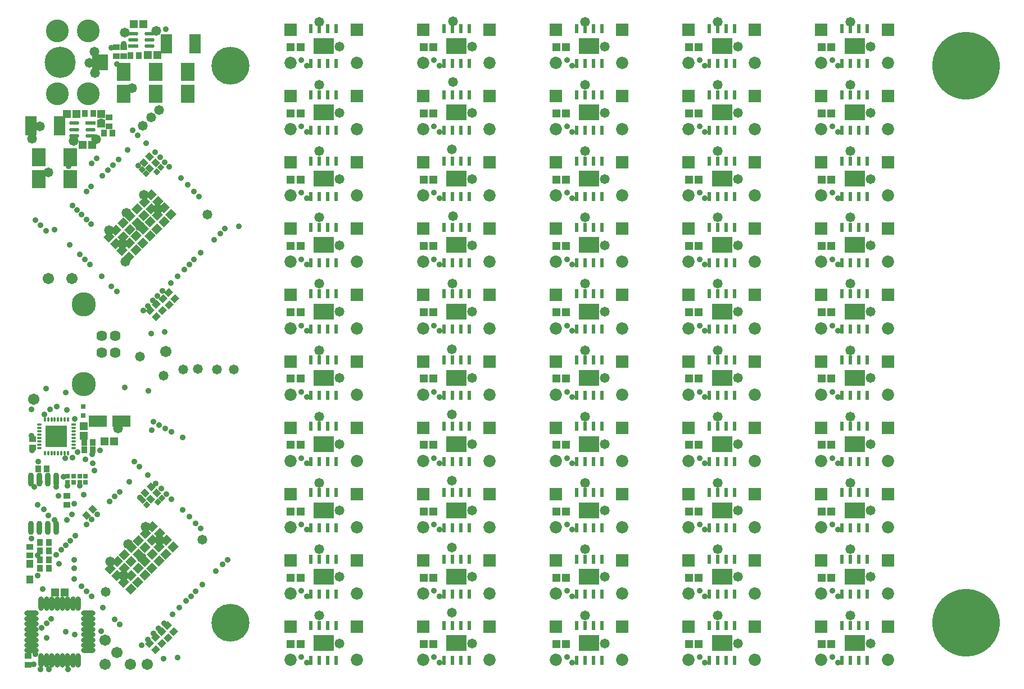
<source format=gbs>
G04*
G04 #@! TF.GenerationSoftware,Altium Limited,Altium Designer,22.10.1 (41)*
G04*
G04 Layer_Color=16711935*
%FSLAX25Y25*%
%MOIN*%
G70*
G04*
G04 #@! TF.SameCoordinates,C65821A1-17F7-41E3-85A7-462E8C27BB40*
G04*
G04*
G04 #@! TF.FilePolarity,Negative*
G04*
G01*
G75*
%ADD26R,0.04147X0.03753*%
%ADD30P,0.04194X4X270.0*%
G04:AMPARAMS|DCode=31|XSize=49.34mil|YSize=45.4mil|CornerRadius=0mil|HoleSize=0mil|Usage=FLASHONLY|Rotation=45.000|XOffset=0mil|YOffset=0mil|HoleType=Round|Shape=Rectangle|*
%AMROTATEDRECTD31*
4,1,4,-0.00139,-0.03350,-0.03350,-0.00139,0.00139,0.03350,0.03350,0.00139,-0.00139,-0.03350,0.0*
%
%ADD31ROTATEDRECTD31*%

G04:AMPARAMS|DCode=32|XSize=41.47mil|YSize=37.53mil|CornerRadius=0mil|HoleSize=0mil|Usage=FLASHONLY|Rotation=315.000|XOffset=0mil|YOffset=0mil|HoleType=Round|Shape=Rectangle|*
%AMROTATEDRECTD32*
4,1,4,-0.02793,0.00139,-0.00139,0.02793,0.02793,-0.00139,0.00139,-0.02793,-0.02793,0.00139,0.0*
%
%ADD32ROTATEDRECTD32*%

%ADD33R,0.04934X0.04540*%
G04:AMPARAMS|DCode=34|XSize=41.47mil|YSize=37.53mil|CornerRadius=0mil|HoleSize=0mil|Usage=FLASHONLY|Rotation=45.000|XOffset=0mil|YOffset=0mil|HoleType=Round|Shape=Rectangle|*
%AMROTATEDRECTD34*
4,1,4,-0.00139,-0.02793,-0.02793,-0.00139,0.00139,0.02793,0.02793,0.00139,-0.00139,-0.02793,0.0*
%
%ADD34ROTATEDRECTD34*%

%ADD36R,0.04540X0.04934*%
%ADD37C,0.07284*%
%ADD38R,0.07284X0.07284*%
%ADD39C,0.13521*%
%ADD40C,0.18517*%
%ADD41R,0.09658X0.09658*%
%ADD42C,0.14383*%
%ADD43C,0.06391*%
%ADD44C,0.03556*%
%ADD45C,0.06706*%
%ADD46C,0.22453*%
%ADD47C,0.05800*%
%ADD48C,0.40170*%
%ADD66R,0.12992X0.12992*%
G04:AMPARAMS|DCode=67|XSize=11.81mil|YSize=29.53mil|CornerRadius=5.91mil|HoleSize=0mil|Usage=FLASHONLY|Rotation=180.000|XOffset=0mil|YOffset=0mil|HoleType=Round|Shape=RoundedRectangle|*
%AMROUNDEDRECTD67*
21,1,0.01181,0.01772,0,0,180.0*
21,1,0.00000,0.02953,0,0,180.0*
1,1,0.01181,0.00000,0.00886*
1,1,0.01181,0.00000,0.00886*
1,1,0.01181,0.00000,-0.00886*
1,1,0.01181,0.00000,-0.00886*
%
%ADD67ROUNDEDRECTD67*%
G04:AMPARAMS|DCode=68|XSize=29.53mil|YSize=11.81mil|CornerRadius=5.91mil|HoleSize=0mil|Usage=FLASHONLY|Rotation=180.000|XOffset=0mil|YOffset=0mil|HoleType=Round|Shape=RoundedRectangle|*
%AMROUNDEDRECTD68*
21,1,0.02953,0.00000,0,0,180.0*
21,1,0.01772,0.01181,0,0,180.0*
1,1,0.01181,-0.00886,0.00000*
1,1,0.01181,0.00886,0.00000*
1,1,0.01181,0.00886,0.00000*
1,1,0.01181,-0.00886,0.00000*
%
%ADD68ROUNDEDRECTD68*%
%ADD69R,0.02953X0.01181*%
%ADD73R,0.04331X0.04921*%
%ADD80R,0.06062X0.02228*%
G04:AMPARAMS|DCode=81|XSize=60.62mil|YSize=22.28mil|CornerRadius=11.14mil|HoleSize=0mil|Usage=FLASHONLY|Rotation=180.000|XOffset=0mil|YOffset=0mil|HoleType=Round|Shape=RoundedRectangle|*
%AMROUNDEDRECTD81*
21,1,0.06062,0.00000,0,0,180.0*
21,1,0.03834,0.02228,0,0,180.0*
1,1,0.02228,-0.01917,0.00000*
1,1,0.02228,0.01917,0.00000*
1,1,0.02228,0.01917,0.00000*
1,1,0.02228,-0.01917,0.00000*
%
%ADD81ROUNDEDRECTD81*%
%ADD82R,0.02756X0.02756*%
%ADD83R,0.02097X0.05528*%
%ADD84R,0.12200X0.09500*%
%ADD87R,0.07887X0.11036*%
%ADD88O,0.03162X0.08477*%
%ADD89O,0.08477X0.03162*%
%ADD90R,0.02965X0.02965*%
%ADD91R,0.11036X0.07099*%
%ADD92R,0.03753X0.04147*%
%ADD93O,0.03359X0.08280*%
%ADD94P,0.04194X4X360.0*%
%ADD95R,0.06706X0.11824*%
D26*
X5906Y71850D02*
D03*
Y76968D02*
D03*
X27953Y101969D02*
D03*
Y107087D02*
D03*
X52756Y326575D02*
D03*
Y331693D02*
D03*
X7677Y140945D02*
D03*
Y135827D02*
D03*
X4724Y6890D02*
D03*
Y12008D02*
D03*
X61417Y368307D02*
D03*
Y373425D02*
D03*
X57087Y368307D02*
D03*
Y373425D02*
D03*
D30*
X72369Y300859D02*
D03*
X74875Y298354D02*
D03*
X72763Y104402D02*
D03*
X75269Y101897D02*
D03*
D31*
X65714Y51751D02*
D03*
X61677Y55787D02*
D03*
X69890Y55927D02*
D03*
X65853Y59963D02*
D03*
X74066Y60102D02*
D03*
X70029Y64139D02*
D03*
X78241Y64278D02*
D03*
X74205Y68315D02*
D03*
X82417Y68454D02*
D03*
X78381Y72491D02*
D03*
X86593Y72630D02*
D03*
X82556Y76667D02*
D03*
X90769Y76806D02*
D03*
X86732Y80842D02*
D03*
X78659Y88916D02*
D03*
X82696Y84879D02*
D03*
X74483Y84740D02*
D03*
X78520Y80703D02*
D03*
X70307Y80564D02*
D03*
X74344Y76527D02*
D03*
X66132Y76388D02*
D03*
X70168Y72352D02*
D03*
X61956Y72212D02*
D03*
X65992Y68176D02*
D03*
X57780Y68037D02*
D03*
X61817Y64000D02*
D03*
X53604Y63861D02*
D03*
X57641Y59824D02*
D03*
X64578Y248949D02*
D03*
X60542Y252986D02*
D03*
X68754Y253125D02*
D03*
X64718Y257162D02*
D03*
X72930Y257301D02*
D03*
X68893Y261337D02*
D03*
X77106Y261477D02*
D03*
X73069Y265513D02*
D03*
X81282Y265652D02*
D03*
X77245Y269689D02*
D03*
X85458Y269828D02*
D03*
X81421Y273865D02*
D03*
X89634Y274004D02*
D03*
X85597Y278041D02*
D03*
X77872Y285766D02*
D03*
X81908Y281729D02*
D03*
X73696Y281590D02*
D03*
X77732Y277554D02*
D03*
X69520Y277414D02*
D03*
X73557Y273378D02*
D03*
X65344Y273239D02*
D03*
X69381Y269202D02*
D03*
X61168Y269063D02*
D03*
X65205Y265026D02*
D03*
X56992Y264887D02*
D03*
X61029Y260850D02*
D03*
X52817Y260711D02*
D03*
X56853Y256675D02*
D03*
D32*
X43281Y99087D02*
D03*
X39661Y95468D02*
D03*
X73387Y304883D02*
D03*
X77006Y308502D02*
D03*
X76931Y301340D02*
D03*
X80550Y304959D02*
D03*
X77559Y105118D02*
D03*
X81178Y108737D02*
D03*
X74175Y108820D02*
D03*
X77794Y112440D02*
D03*
D33*
X48031Y328248D02*
D03*
X48031Y333957D02*
D03*
X37992Y148524D02*
D03*
X37992Y142815D02*
D03*
D34*
X80943Y213545D02*
D03*
X77324Y217164D02*
D03*
X91967Y224175D02*
D03*
X88348Y227794D02*
D03*
X84487Y217088D02*
D03*
X80868Y220707D02*
D03*
X88424Y220631D02*
D03*
X84805Y224251D02*
D03*
X80550Y15907D02*
D03*
X76931Y19526D02*
D03*
X84093Y19450D02*
D03*
X80474Y23069D02*
D03*
X87750Y22882D02*
D03*
X84131Y26501D02*
D03*
X91180Y26537D02*
D03*
X87561Y30156D02*
D03*
D36*
X55807Y139370D02*
D03*
X50098D02*
D03*
X27953Y333858D02*
D03*
X33661D02*
D03*
X43012Y315354D02*
D03*
X37303D02*
D03*
X26457Y49953D02*
D03*
X20748Y49953D02*
D03*
X73327Y387008D02*
D03*
X67618D02*
D03*
X81595Y368898D02*
D03*
X75886D02*
D03*
X166364Y19246D02*
D03*
X160656D02*
D03*
X245105Y19246D02*
D03*
X239396D02*
D03*
X323845D02*
D03*
X318136D02*
D03*
X396876D02*
D03*
X402585D02*
D03*
X481325D02*
D03*
X475616D02*
D03*
X166364Y58616D02*
D03*
X160656D02*
D03*
X245105Y58616D02*
D03*
X239396D02*
D03*
X318136Y58616D02*
D03*
X323845D02*
D03*
X402585Y58616D02*
D03*
X396876D02*
D03*
X481325D02*
D03*
X475616D02*
D03*
X166364Y97986D02*
D03*
X160656D02*
D03*
X245105Y97986D02*
D03*
X239396D02*
D03*
X323845D02*
D03*
X318136D02*
D03*
X402585D02*
D03*
X396876D02*
D03*
X481325D02*
D03*
X475616D02*
D03*
X166364Y137356D02*
D03*
X160656D02*
D03*
X245105Y137356D02*
D03*
X239396D02*
D03*
X323845D02*
D03*
X318136D02*
D03*
X402585D02*
D03*
X396876D02*
D03*
X481325D02*
D03*
X475616D02*
D03*
X166364Y176726D02*
D03*
X160656D02*
D03*
X245105Y176726D02*
D03*
X239396D02*
D03*
X318136D02*
D03*
X323845D02*
D03*
X396876D02*
D03*
X402585D02*
D03*
X475616D02*
D03*
X481325D02*
D03*
X166364Y216096D02*
D03*
X160656D02*
D03*
X245105Y216096D02*
D03*
X239396D02*
D03*
X323845D02*
D03*
X318136D02*
D03*
X402585D02*
D03*
X396876D02*
D03*
X481325D02*
D03*
X475616D02*
D03*
X166364Y255466D02*
D03*
X160656D02*
D03*
X245104Y255466D02*
D03*
X239396D02*
D03*
X323845D02*
D03*
X318136D02*
D03*
X402585D02*
D03*
X396876D02*
D03*
X481325D02*
D03*
X475616D02*
D03*
X160656Y294836D02*
D03*
X166364D02*
D03*
X239396Y294836D02*
D03*
X245105D02*
D03*
X318136D02*
D03*
X323845D02*
D03*
X396876D02*
D03*
X402585D02*
D03*
X475616D02*
D03*
X481325D02*
D03*
X166364Y334206D02*
D03*
X160656D02*
D03*
X239396Y334206D02*
D03*
X245105D02*
D03*
X323845D02*
D03*
X318136D02*
D03*
X402585D02*
D03*
X396876D02*
D03*
X481325D02*
D03*
X475616D02*
D03*
X166364Y373576D02*
D03*
X160656D02*
D03*
X245105Y373576D02*
D03*
X239396D02*
D03*
X323845D02*
D03*
X318136D02*
D03*
X396876D02*
D03*
X402585D02*
D03*
X481325D02*
D03*
X475616D02*
D03*
D37*
X160360Y364127D02*
D03*
Y167277D02*
D03*
X239101Y364127D02*
D03*
X317841D02*
D03*
X396581D02*
D03*
X475321D02*
D03*
X199730Y9797D02*
D03*
X278471Y9797D02*
D03*
X357211D02*
D03*
X435951D02*
D03*
X514691D02*
D03*
X199730Y49167D02*
D03*
X278471Y49167D02*
D03*
X357211Y49167D02*
D03*
X435951Y49167D02*
D03*
X514691D02*
D03*
X199730Y88537D02*
D03*
X278471Y88537D02*
D03*
X357211D02*
D03*
X435951D02*
D03*
X514691D02*
D03*
X199730Y127907D02*
D03*
X278471Y127907D02*
D03*
X357211D02*
D03*
X435951D02*
D03*
X514691D02*
D03*
X199730Y167277D02*
D03*
X278471Y167277D02*
D03*
X357211D02*
D03*
X435951D02*
D03*
X514691D02*
D03*
X199730Y206647D02*
D03*
X278471Y206647D02*
D03*
X357211D02*
D03*
X435951D02*
D03*
X514691D02*
D03*
X199730Y246017D02*
D03*
X278471Y246017D02*
D03*
X357211D02*
D03*
X435951D02*
D03*
X514691D02*
D03*
X199730Y285387D02*
D03*
X278471Y285387D02*
D03*
X357211D02*
D03*
X435951D02*
D03*
X514691D02*
D03*
X199730Y324757D02*
D03*
X278471Y324757D02*
D03*
X357211D02*
D03*
X435951D02*
D03*
X514691D02*
D03*
X199730Y364127D02*
D03*
X278471Y364127D02*
D03*
X357211D02*
D03*
X435951D02*
D03*
X514691D02*
D03*
X160360Y9797D02*
D03*
X239101Y9797D02*
D03*
X317841D02*
D03*
X396581D02*
D03*
X475321D02*
D03*
X160360Y49167D02*
D03*
X239101Y49167D02*
D03*
X317841Y49167D02*
D03*
X396581Y49167D02*
D03*
X475321D02*
D03*
X160360Y88537D02*
D03*
X239101Y88537D02*
D03*
X317841D02*
D03*
X396581D02*
D03*
X475321D02*
D03*
X160360Y127907D02*
D03*
X239101Y127907D02*
D03*
X317841D02*
D03*
X396581D02*
D03*
X475321D02*
D03*
X239101Y167277D02*
D03*
X317841D02*
D03*
X396581D02*
D03*
X475321D02*
D03*
X160360Y206647D02*
D03*
X239101Y206647D02*
D03*
X317841D02*
D03*
X396581D02*
D03*
X475321D02*
D03*
X160360Y246017D02*
D03*
X239101Y246017D02*
D03*
X317841D02*
D03*
X396581D02*
D03*
X475321D02*
D03*
X160360Y285387D02*
D03*
X239101Y285387D02*
D03*
X317841D02*
D03*
X396581D02*
D03*
X475321D02*
D03*
X160360Y324757D02*
D03*
X239101Y324757D02*
D03*
X317841D02*
D03*
X396581D02*
D03*
X475321D02*
D03*
D38*
X160360Y383812D02*
D03*
Y186962D02*
D03*
X239101Y383812D02*
D03*
X317841D02*
D03*
X396581D02*
D03*
X475321D02*
D03*
X199730Y29482D02*
D03*
X278471Y29482D02*
D03*
X357211D02*
D03*
X435951D02*
D03*
X514691D02*
D03*
X199730Y68852D02*
D03*
X278471Y68852D02*
D03*
X357211Y68852D02*
D03*
X435951Y68852D02*
D03*
X514691D02*
D03*
X199730Y108222D02*
D03*
X278471Y108222D02*
D03*
X357211D02*
D03*
X435951D02*
D03*
X514691D02*
D03*
X199730Y147592D02*
D03*
X278471Y147592D02*
D03*
X357211D02*
D03*
X435951D02*
D03*
X514691D02*
D03*
X199730Y186962D02*
D03*
X278471Y186962D02*
D03*
X357211D02*
D03*
X435951D02*
D03*
X514691D02*
D03*
X199730Y226332D02*
D03*
X278471Y226332D02*
D03*
X357211D02*
D03*
X435951D02*
D03*
X514691D02*
D03*
X199730Y265702D02*
D03*
X278471Y265702D02*
D03*
X357211D02*
D03*
X435951D02*
D03*
X514691D02*
D03*
X199730Y305072D02*
D03*
X278471Y305072D02*
D03*
X357211D02*
D03*
X435951D02*
D03*
X514691D02*
D03*
X199730Y344443D02*
D03*
X278471Y344442D02*
D03*
X357211D02*
D03*
X435951D02*
D03*
X514691D02*
D03*
X199730Y383812D02*
D03*
X278471Y383812D02*
D03*
X357211D02*
D03*
X435951Y383812D02*
D03*
X514691Y383812D02*
D03*
X160360Y29482D02*
D03*
X239101Y29482D02*
D03*
X317841D02*
D03*
X396581D02*
D03*
X475321D02*
D03*
X160360Y68852D02*
D03*
X239101Y68852D02*
D03*
X317841Y68852D02*
D03*
X396581Y68852D02*
D03*
X475321D02*
D03*
X160360Y108222D02*
D03*
X239101Y108222D02*
D03*
X317841D02*
D03*
X396581D02*
D03*
X475321D02*
D03*
X160360Y147592D02*
D03*
X239101Y147592D02*
D03*
X317841D02*
D03*
X396581D02*
D03*
X475321D02*
D03*
X239101Y186962D02*
D03*
X317841D02*
D03*
X396581D02*
D03*
X475321D02*
D03*
X160360Y226332D02*
D03*
X239101Y226332D02*
D03*
X317841D02*
D03*
X396581D02*
D03*
X475321D02*
D03*
X160360Y265702D02*
D03*
X239101Y265702D02*
D03*
X317841D02*
D03*
X396581D02*
D03*
X475321D02*
D03*
X160360Y305072D02*
D03*
X239101Y305072D02*
D03*
X317841D02*
D03*
X396581D02*
D03*
X475321D02*
D03*
X160360Y344443D02*
D03*
X239101Y344442D02*
D03*
X317841D02*
D03*
X396581D02*
D03*
X475321D02*
D03*
D39*
X22047Y383071D02*
D03*
X40551Y383071D02*
D03*
Y345669D02*
D03*
X22047Y345669D02*
D03*
D40*
X24016Y364370D02*
D03*
D41*
X47638D02*
D03*
D42*
X37913Y173543D02*
D03*
Y220945D02*
D03*
D43*
X56457Y202165D02*
D03*
Y192323D02*
D03*
X48583Y192323D02*
D03*
Y202165D02*
D03*
D44*
X28642Y4134D02*
D03*
X15354Y170866D02*
D03*
X6693Y142913D02*
D03*
Y158661D02*
D03*
X14567Y155511D02*
D03*
X86614Y384252D02*
D03*
X63976Y312402D02*
D03*
X57480Y363386D02*
D03*
X166929Y365748D02*
D03*
X170079Y362598D02*
D03*
X106299Y284842D02*
D03*
X166929Y11417D02*
D03*
X170079Y8268D02*
D03*
X47638Y134252D02*
D03*
X14173Y99016D02*
D03*
X8661Y112598D02*
D03*
X76279Y169390D02*
D03*
X62106Y171457D02*
D03*
X48388Y237491D02*
D03*
X48228Y26969D02*
D03*
X27146Y26331D02*
D03*
X15748Y31496D02*
D03*
X13386Y51968D02*
D03*
X12992Y28740D02*
D03*
X18398Y34252D02*
D03*
X15748Y22835D02*
D03*
X24496Y75000D02*
D03*
X10630Y59842D02*
D03*
X10433Y71850D02*
D03*
X32087Y102657D02*
D03*
X35433Y113287D02*
D03*
X37795Y107671D02*
D03*
X28346Y113287D02*
D03*
X57480Y228346D02*
D03*
X86221Y147244D02*
D03*
X96457Y141732D02*
D03*
X89764Y145276D02*
D03*
X79134Y151181D02*
D03*
X82677Y149213D02*
D03*
X78347Y146063D02*
D03*
X44094Y122047D02*
D03*
X45957Y96296D02*
D03*
X43307Y126378D02*
D03*
X22835Y107087D02*
D03*
X96457Y98819D02*
D03*
X129921Y267323D02*
D03*
X121653Y265748D02*
D03*
X103347Y287795D02*
D03*
X48985Y297244D02*
D03*
X73039Y217204D02*
D03*
X84625Y228802D02*
D03*
X81467Y225787D02*
D03*
X78715Y223000D02*
D03*
X75717Y219980D02*
D03*
X54284Y231440D02*
D03*
X27961Y158268D02*
D03*
X21755Y160135D02*
D03*
X17717Y158661D02*
D03*
X27165Y168410D02*
D03*
X85827Y204331D02*
D03*
X77953Y203543D02*
D03*
X38976Y128740D02*
D03*
X6693Y81890D02*
D03*
X32735Y83465D02*
D03*
X30003Y80628D02*
D03*
X21469Y72093D02*
D03*
X32087Y69291D02*
D03*
X42126Y268504D02*
D03*
X39370Y271260D02*
D03*
X36614Y274016D02*
D03*
X33858Y276772D02*
D03*
X31102Y279528D02*
D03*
X28899Y302991D02*
D03*
X39567Y90158D02*
D03*
X42520Y93110D02*
D03*
X56102Y106693D02*
D03*
X59055Y109646D02*
D03*
X53150Y103740D02*
D03*
X23228Y66740D02*
D03*
X27210Y77872D02*
D03*
X32087Y64173D02*
D03*
X30709Y96063D02*
D03*
X39370Y287795D02*
D03*
X42323Y290748D02*
D03*
X15354Y264567D02*
D03*
X9055Y270866D02*
D03*
X24606Y145473D02*
D03*
Y139764D02*
D03*
X12205Y267766D02*
D03*
X42395Y304649D02*
D03*
X20669Y265158D02*
D03*
X32480Y152756D02*
D03*
X45362Y307616D02*
D03*
X55118Y303543D02*
D03*
X58465Y306890D02*
D03*
X52165Y300591D02*
D03*
X10630Y101969D02*
D03*
X16929Y95472D02*
D03*
X12186Y4017D02*
D03*
X9055Y13189D02*
D03*
X25785Y118446D02*
D03*
X31102Y129921D02*
D03*
X26772Y129528D02*
D03*
X34252Y133071D02*
D03*
X75984Y21909D02*
D03*
X85442Y31362D02*
D03*
X82285Y28346D02*
D03*
X79335Y25363D02*
D03*
X85773Y305261D02*
D03*
X70079Y303150D02*
D03*
X80042Y311044D02*
D03*
X83074Y308002D02*
D03*
X87008Y108268D02*
D03*
X71260Y106299D02*
D03*
X83858Y111415D02*
D03*
X89961Y105315D02*
D03*
X80662Y114391D02*
D03*
X20472Y92724D02*
D03*
X27690Y92868D02*
D03*
X59055Y30935D02*
D03*
X56102Y33858D02*
D03*
X38475Y247356D02*
D03*
X48031Y329429D02*
D03*
X54331Y373228D02*
D03*
X93504Y11220D02*
D03*
X85236Y10630D02*
D03*
X11811Y115551D02*
D03*
X21654Y112402D02*
D03*
X74803Y316339D02*
D03*
X88583Y302559D02*
D03*
X95472Y295669D02*
D03*
X99409Y291732D02*
D03*
X115157Y259252D02*
D03*
X118701Y262795D02*
D03*
X107283Y251378D02*
D03*
X103347Y247441D02*
D03*
X100394Y244488D02*
D03*
X97441Y241535D02*
D03*
X93504Y237598D02*
D03*
X89567Y233661D02*
D03*
X41377Y244454D02*
D03*
X35433Y250394D02*
D03*
X29528Y256299D02*
D03*
X66929Y324213D02*
D03*
X69882Y321260D02*
D03*
X70866Y124409D02*
D03*
X67913Y127362D02*
D03*
X32087Y57874D02*
D03*
X36417Y53543D02*
D03*
X39459Y50505D02*
D03*
X42361Y47603D02*
D03*
X49213Y40748D02*
D03*
X72244Y18504D02*
D03*
X90551Y36811D02*
D03*
X94488Y40748D02*
D03*
X98425Y44685D02*
D03*
X101378Y47638D02*
D03*
X104331Y50591D02*
D03*
X108268Y54528D02*
D03*
X120079Y66339D02*
D03*
X116142Y62402D02*
D03*
X123031Y69291D02*
D03*
X107283Y87992D02*
D03*
X104331Y90945D02*
D03*
X100394Y94882D02*
D03*
X75787Y119488D02*
D03*
X64961Y115551D02*
D03*
X42717Y131890D02*
D03*
X18701Y145473D02*
D03*
Y139764D02*
D03*
X10827Y127362D02*
D03*
X7283Y134252D02*
D03*
X17107Y4017D02*
D03*
X8248Y7039D02*
D03*
X32658Y24756D02*
D03*
X61417Y375591D02*
D03*
X166929Y247638D02*
D03*
Y208268D02*
D03*
Y287008D02*
D03*
X170079Y283858D02*
D03*
Y244488D02*
D03*
Y205118D02*
D03*
X245669Y247638D02*
D03*
Y208268D02*
D03*
Y287008D02*
D03*
X166929Y326378D02*
D03*
X170079Y323228D02*
D03*
X245669Y326378D02*
D03*
Y365748D02*
D03*
X248819Y244488D02*
D03*
Y205118D02*
D03*
Y283858D02*
D03*
X324409Y247638D02*
D03*
Y208268D02*
D03*
Y287008D02*
D03*
X327559Y205118D02*
D03*
Y244488D02*
D03*
Y283858D02*
D03*
X248819Y323228D02*
D03*
Y362598D02*
D03*
X324409Y326378D02*
D03*
Y365748D02*
D03*
X327559Y323228D02*
D03*
Y362598D02*
D03*
X406299Y205118D02*
D03*
X403150Y208268D02*
D03*
X406299Y244488D02*
D03*
X403150Y247638D02*
D03*
Y287008D02*
D03*
Y326378D02*
D03*
Y365748D02*
D03*
X406299Y283858D02*
D03*
Y323228D02*
D03*
Y362598D02*
D03*
X481890Y208268D02*
D03*
Y247638D02*
D03*
Y287008D02*
D03*
X485039Y205118D02*
D03*
Y244488D02*
D03*
Y283858D02*
D03*
X481890Y326378D02*
D03*
Y365748D02*
D03*
X485039Y323228D02*
D03*
Y362598D02*
D03*
X324409Y168898D02*
D03*
X327559Y165748D02*
D03*
X403150Y11417D02*
D03*
X406299Y8268D02*
D03*
X403150Y50787D02*
D03*
X406299Y47638D02*
D03*
X403150Y168898D02*
D03*
X406299Y165748D02*
D03*
X485039Y87008D02*
D03*
X481890Y90158D02*
D03*
Y168898D02*
D03*
X485039Y165748D02*
D03*
X481890Y129528D02*
D03*
X485039Y126378D02*
D03*
X327559Y8268D02*
D03*
X324409Y11417D02*
D03*
Y50787D02*
D03*
X327559Y47638D02*
D03*
X324409Y90158D02*
D03*
X327559Y87008D02*
D03*
X324409Y129528D02*
D03*
X327559Y126378D02*
D03*
X403150Y90158D02*
D03*
X406299Y87008D02*
D03*
X403150Y129528D02*
D03*
X406299Y126378D02*
D03*
X245669Y129528D02*
D03*
X248819Y126378D02*
D03*
X245669Y168898D02*
D03*
X248819Y165748D02*
D03*
Y87008D02*
D03*
X245669Y90158D02*
D03*
X170079Y165748D02*
D03*
X248819Y47638D02*
D03*
X245669Y11417D02*
D03*
X248819Y8268D02*
D03*
X245669Y50787D02*
D03*
X166929D02*
D03*
X170079Y47638D02*
D03*
X166929Y90158D02*
D03*
X170079Y87008D02*
D03*
Y126378D02*
D03*
X166929Y129528D02*
D03*
Y168898D02*
D03*
X481890Y11417D02*
D03*
X485039Y8268D02*
D03*
X481890Y50787D02*
D03*
X485039Y47638D02*
D03*
D45*
X8268Y164567D02*
D03*
X50492Y7283D02*
D03*
X86614Y192913D02*
D03*
X16929Y236221D02*
D03*
X30906Y236319D02*
D03*
X50578Y21371D02*
D03*
X57677Y14272D02*
D03*
X65460Y7293D02*
D03*
X75499D02*
D03*
D46*
X125000Y362598D02*
D03*
X125000Y31890D02*
D03*
D47*
X66535Y349213D02*
D03*
X105354Y182343D02*
D03*
X85335Y178445D02*
D03*
X7087Y319291D02*
D03*
X11811Y326378D02*
D03*
X71063Y189764D02*
D03*
X111024Y274016D02*
D03*
X62598Y246063D02*
D03*
X50787Y50000D02*
D03*
X108268Y81102D02*
D03*
X64044Y78337D02*
D03*
X53604Y68037D02*
D03*
X74414Y88846D02*
D03*
X72047Y70472D02*
D03*
X61671Y59938D02*
D03*
X82696Y80703D02*
D03*
X58268Y147244D02*
D03*
X126772Y182283D02*
D03*
X73626Y285697D02*
D03*
X81908Y277554D02*
D03*
X116929Y182283D02*
D03*
X96850Y182283D02*
D03*
X60884Y256789D02*
D03*
X52817Y264887D02*
D03*
X71260Y267323D02*
D03*
X63256Y275187D02*
D03*
X72835Y326772D02*
D03*
X77953Y331890D02*
D03*
X82677Y336221D02*
D03*
X45276Y318898D02*
D03*
X31890Y317717D02*
D03*
X492520Y388583D02*
D03*
X413779D02*
D03*
X335039D02*
D03*
X256693Y388976D02*
D03*
X177559Y388583D02*
D03*
X44488Y358268D02*
D03*
X41339Y364173D02*
D03*
X44094Y370866D02*
D03*
X16929Y299213D02*
D03*
X62205Y382283D02*
D03*
X80709Y383071D02*
D03*
X425715Y177120D02*
D03*
Y59009D02*
D03*
Y19639D02*
D03*
Y98379D02*
D03*
X346974Y177120D02*
D03*
X337664Y177286D02*
D03*
X504455Y137750D02*
D03*
Y98379D02*
D03*
Y177120D02*
D03*
X495144Y98545D02*
D03*
Y177286D02*
D03*
Y137916D02*
D03*
X504455Y19639D02*
D03*
Y59009D02*
D03*
X416404Y19805D02*
D03*
Y59175D02*
D03*
X495144D02*
D03*
X416404Y177286D02*
D03*
X337664Y19805D02*
D03*
Y59175D02*
D03*
Y98545D02*
D03*
Y137916D02*
D03*
X425715Y137750D02*
D03*
X416404Y98545D02*
D03*
Y137916D02*
D03*
Y295396D02*
D03*
X346974Y98379D02*
D03*
X425715Y334600D02*
D03*
Y373970D02*
D03*
X416404Y334766D02*
D03*
Y374136D02*
D03*
X425715Y295230D02*
D03*
Y216490D02*
D03*
Y255860D02*
D03*
X416404Y216656D02*
D03*
Y256026D02*
D03*
X258923Y137916D02*
D03*
X346974Y137750D02*
D03*
X189494Y19639D02*
D03*
Y59009D02*
D03*
X346974Y334600D02*
D03*
Y373970D02*
D03*
X337664Y374136D02*
D03*
X268234Y59009D02*
D03*
Y19639D02*
D03*
X346974D02*
D03*
Y59009D02*
D03*
X268234Y177120D02*
D03*
X258923Y177286D02*
D03*
X268234Y98379D02*
D03*
Y137750D02*
D03*
X258923Y98545D02*
D03*
X268234Y373970D02*
D03*
X258923Y374136D02*
D03*
Y19805D02*
D03*
Y59175D02*
D03*
X189494Y334600D02*
D03*
X268234Y334600D02*
D03*
X189494Y373970D02*
D03*
X180183Y374136D02*
D03*
Y19805D02*
D03*
X189494Y98379D02*
D03*
X180183Y59175D02*
D03*
Y98545D02*
D03*
X189494Y177120D02*
D03*
Y137750D02*
D03*
X180183Y137916D02*
D03*
Y177286D02*
D03*
X504455Y295230D02*
D03*
Y216490D02*
D03*
Y255860D02*
D03*
X495144Y216656D02*
D03*
Y256026D02*
D03*
Y295396D02*
D03*
X504455Y334600D02*
D03*
Y373970D02*
D03*
X495144Y334766D02*
D03*
Y374136D02*
D03*
Y19805D02*
D03*
X189494Y216490D02*
D03*
X180183Y334766D02*
D03*
X189494Y255860D02*
D03*
X180183Y216656D02*
D03*
Y256026D02*
D03*
X189494Y295230D02*
D03*
X180183Y295396D02*
D03*
X337664Y216656D02*
D03*
Y256026D02*
D03*
X346974Y255860D02*
D03*
Y216490D02*
D03*
X258923Y256026D02*
D03*
X268234Y255860D02*
D03*
Y295230D02*
D03*
X258923Y295396D02*
D03*
Y334766D02*
D03*
X346974Y295230D02*
D03*
X337664Y295396D02*
D03*
Y334766D02*
D03*
X259275Y216838D02*
D03*
X268234Y216490D02*
D03*
X177683Y233025D02*
D03*
Y272395D02*
D03*
Y311765D02*
D03*
Y351135D02*
D03*
X256423Y233221D02*
D03*
X256693Y273228D02*
D03*
X335163Y272395D02*
D03*
Y233025D02*
D03*
X256299Y312992D02*
D03*
X256693Y352756D02*
D03*
X335163Y311765D02*
D03*
Y351135D02*
D03*
X413904Y233025D02*
D03*
Y272395D02*
D03*
Y311765D02*
D03*
Y351135D02*
D03*
X492644Y233025D02*
D03*
Y272395D02*
D03*
Y311765D02*
D03*
Y351135D02*
D03*
X335163Y193655D02*
D03*
X492644D02*
D03*
Y114915D02*
D03*
Y154285D02*
D03*
X413904Y36175D02*
D03*
X492644D02*
D03*
Y75545D02*
D03*
X413904D02*
D03*
Y114915D02*
D03*
Y154285D02*
D03*
Y193655D02*
D03*
X335163Y36175D02*
D03*
Y114915D02*
D03*
Y154285D02*
D03*
X177683Y75545D02*
D03*
Y36175D02*
D03*
X256299Y37795D02*
D03*
Y116142D02*
D03*
X335163Y75545D02*
D03*
X256299Y76378D02*
D03*
X177683Y193655D02*
D03*
Y154285D02*
D03*
X256299Y155512D02*
D03*
Y194095D02*
D03*
X177683Y114915D02*
D03*
D48*
X561024Y362598D02*
D03*
Y31890D02*
D03*
D66*
X21654Y142520D02*
D03*
D67*
X28543Y152559D02*
D03*
X26575D02*
D03*
X24606Y152559D02*
D03*
X22638Y152559D02*
D03*
X20669D02*
D03*
X18701Y152559D02*
D03*
X16732Y152559D02*
D03*
X14764D02*
D03*
Y132480D02*
D03*
X16732Y132480D02*
D03*
X18701D02*
D03*
X20669Y132480D02*
D03*
X22638D02*
D03*
X24606Y132480D02*
D03*
X26575D02*
D03*
X28543D02*
D03*
D68*
X11614Y149409D02*
D03*
Y147441D02*
D03*
X11614Y145472D02*
D03*
Y143504D02*
D03*
Y141535D02*
D03*
Y139567D02*
D03*
Y137598D02*
D03*
Y135630D02*
D03*
X31693Y135630D02*
D03*
Y137598D02*
D03*
X31693Y139567D02*
D03*
X31693Y141535D02*
D03*
Y143504D02*
D03*
Y145472D02*
D03*
X31693Y147441D02*
D03*
D69*
Y149409D02*
D03*
D73*
X5906Y57579D02*
D03*
Y66831D02*
D03*
D80*
X41854Y328346D02*
D03*
X67323Y374016D02*
D03*
D81*
X41854Y324606D02*
D03*
Y320866D02*
D03*
X32283D02*
D03*
Y324606D02*
D03*
Y328346D02*
D03*
X76894Y374016D02*
D03*
Y377756D02*
D03*
Y381496D02*
D03*
X67323Y381496D02*
D03*
Y377756D02*
D03*
D82*
X37598Y160236D02*
D03*
Y154724D02*
D03*
D83*
X187683Y9341D02*
D03*
X182683D02*
D03*
X177683D02*
D03*
X172683D02*
D03*
Y30269D02*
D03*
X177683D02*
D03*
X182683D02*
D03*
X187683D02*
D03*
X266423Y9341D02*
D03*
X261423D02*
D03*
X256423D02*
D03*
X251423D02*
D03*
Y30269D02*
D03*
X256423D02*
D03*
X261423D02*
D03*
X266423D02*
D03*
X345163Y9341D02*
D03*
X340163D02*
D03*
X335163D02*
D03*
X330164D02*
D03*
Y30269D02*
D03*
X335163D02*
D03*
X340163D02*
D03*
X345163D02*
D03*
X423904D02*
D03*
X418904D02*
D03*
X413904D02*
D03*
X408904D02*
D03*
Y9341D02*
D03*
X413904D02*
D03*
X418904D02*
D03*
X423904D02*
D03*
X502644D02*
D03*
X497644D02*
D03*
X492644D02*
D03*
X487644D02*
D03*
Y30269D02*
D03*
X492644D02*
D03*
X497644D02*
D03*
X502644D02*
D03*
X187683Y48711D02*
D03*
X182683D02*
D03*
X177683D02*
D03*
X172683D02*
D03*
Y69639D02*
D03*
X177683D02*
D03*
X182683D02*
D03*
X187683D02*
D03*
X266423Y48711D02*
D03*
X261423D02*
D03*
X256423D02*
D03*
X251423D02*
D03*
Y69639D02*
D03*
X256423D02*
D03*
X261423D02*
D03*
X266423D02*
D03*
X345163Y69639D02*
D03*
X340163D02*
D03*
X335163D02*
D03*
X330164D02*
D03*
Y48711D02*
D03*
X335163D02*
D03*
X340163D02*
D03*
X345163D02*
D03*
X423904Y48711D02*
D03*
X418904D02*
D03*
X413904D02*
D03*
X408904D02*
D03*
Y69639D02*
D03*
X413904D02*
D03*
X418904D02*
D03*
X423904D02*
D03*
X502644Y48711D02*
D03*
X497644D02*
D03*
X492644D02*
D03*
X487644D02*
D03*
Y69639D02*
D03*
X492644D02*
D03*
X497644D02*
D03*
X502644D02*
D03*
X187683Y88081D02*
D03*
X182683D02*
D03*
X177683D02*
D03*
X172683D02*
D03*
Y109009D02*
D03*
X177683D02*
D03*
X182683D02*
D03*
X187683D02*
D03*
X266423Y88081D02*
D03*
X261423D02*
D03*
X256423D02*
D03*
X251423D02*
D03*
Y109009D02*
D03*
X256423D02*
D03*
X261423D02*
D03*
X266423D02*
D03*
X345163Y88081D02*
D03*
X340163D02*
D03*
X335163D02*
D03*
X330164D02*
D03*
Y109009D02*
D03*
X335163D02*
D03*
X340163D02*
D03*
X345163D02*
D03*
X423904Y88081D02*
D03*
X418904D02*
D03*
X413904D02*
D03*
X408904D02*
D03*
Y109009D02*
D03*
X413904D02*
D03*
X418904D02*
D03*
X423904D02*
D03*
X502644Y88081D02*
D03*
X497644D02*
D03*
X492644D02*
D03*
X487644D02*
D03*
Y109009D02*
D03*
X492644D02*
D03*
X497644D02*
D03*
X502644D02*
D03*
X187683Y127452D02*
D03*
X182683D02*
D03*
X177683D02*
D03*
X172683D02*
D03*
Y148380D02*
D03*
X177683D02*
D03*
X182683D02*
D03*
X187683D02*
D03*
X266423Y127452D02*
D03*
X261423D02*
D03*
X256423D02*
D03*
X251423D02*
D03*
Y148379D02*
D03*
X256423D02*
D03*
X261423D02*
D03*
X266423D02*
D03*
X345163Y127452D02*
D03*
X340163D02*
D03*
X335163D02*
D03*
X330164D02*
D03*
Y148379D02*
D03*
X335163D02*
D03*
X340163D02*
D03*
X345163D02*
D03*
X423904Y127452D02*
D03*
X418904D02*
D03*
X413904D02*
D03*
X408904D02*
D03*
Y148379D02*
D03*
X413904D02*
D03*
X418904D02*
D03*
X423904D02*
D03*
X502644Y127452D02*
D03*
X497644D02*
D03*
X492644D02*
D03*
X487644D02*
D03*
Y148379D02*
D03*
X492644D02*
D03*
X497644D02*
D03*
X502644D02*
D03*
X187683Y166822D02*
D03*
X182683D02*
D03*
X177683D02*
D03*
X172683D02*
D03*
Y187750D02*
D03*
X177683D02*
D03*
X182683D02*
D03*
X187683D02*
D03*
X266423Y166822D02*
D03*
X261423D02*
D03*
X256423D02*
D03*
X251423D02*
D03*
Y187750D02*
D03*
X256423D02*
D03*
X261423D02*
D03*
X266423D02*
D03*
X345163D02*
D03*
X340163D02*
D03*
X335163D02*
D03*
X330164D02*
D03*
Y166822D02*
D03*
X335163D02*
D03*
X340163D02*
D03*
X345163D02*
D03*
X423904Y187750D02*
D03*
X418904D02*
D03*
X413904D02*
D03*
X408904D02*
D03*
Y166822D02*
D03*
X413904D02*
D03*
X418904D02*
D03*
X423904D02*
D03*
X502644Y187750D02*
D03*
X497644D02*
D03*
X492644D02*
D03*
X487644D02*
D03*
Y166822D02*
D03*
X492644D02*
D03*
X497644D02*
D03*
X502644D02*
D03*
X187683Y206192D02*
D03*
X182683D02*
D03*
X177683D02*
D03*
X172683D02*
D03*
Y227120D02*
D03*
X177683D02*
D03*
X182683D02*
D03*
X187683D02*
D03*
X266423Y206192D02*
D03*
X261423D02*
D03*
X256423D02*
D03*
X251423D02*
D03*
Y227120D02*
D03*
X256423D02*
D03*
X261423D02*
D03*
X266423D02*
D03*
X345163Y206192D02*
D03*
X340163D02*
D03*
X335163D02*
D03*
X330164D02*
D03*
Y227120D02*
D03*
X335163D02*
D03*
X340163D02*
D03*
X345163D02*
D03*
X423904Y206192D02*
D03*
X418904D02*
D03*
X413904D02*
D03*
X408904D02*
D03*
Y227120D02*
D03*
X413904D02*
D03*
X418904D02*
D03*
X423904D02*
D03*
X502644Y206192D02*
D03*
X497644D02*
D03*
X492644D02*
D03*
X487644D02*
D03*
Y227120D02*
D03*
X492644D02*
D03*
X497644D02*
D03*
X502644D02*
D03*
X187683Y245562D02*
D03*
X182683D02*
D03*
X177683D02*
D03*
X172683D02*
D03*
Y266490D02*
D03*
X177683D02*
D03*
X182683D02*
D03*
X187683D02*
D03*
X266423Y245562D02*
D03*
X261423D02*
D03*
X256423D02*
D03*
X251423D02*
D03*
Y266490D02*
D03*
X256423D02*
D03*
X261423D02*
D03*
X266423D02*
D03*
X345163Y245562D02*
D03*
X340163D02*
D03*
X335163D02*
D03*
X330164D02*
D03*
Y266490D02*
D03*
X335163D02*
D03*
X340163D02*
D03*
X345163D02*
D03*
X423904Y245562D02*
D03*
X418904D02*
D03*
X413904D02*
D03*
X408904D02*
D03*
Y266490D02*
D03*
X413904D02*
D03*
X418904D02*
D03*
X423904D02*
D03*
X502644Y245562D02*
D03*
X497644D02*
D03*
X492644D02*
D03*
X487644D02*
D03*
Y266490D02*
D03*
X492644D02*
D03*
X497644D02*
D03*
X502644D02*
D03*
X187683Y305860D02*
D03*
X182683D02*
D03*
X177683D02*
D03*
X172683D02*
D03*
Y284932D02*
D03*
X177683D02*
D03*
X182683D02*
D03*
X187683D02*
D03*
X266423Y305860D02*
D03*
X261423D02*
D03*
X256423D02*
D03*
X251423D02*
D03*
Y284932D02*
D03*
X256423D02*
D03*
X261423D02*
D03*
X266423D02*
D03*
X345163Y305860D02*
D03*
X340163D02*
D03*
X335163D02*
D03*
X330164D02*
D03*
Y284932D02*
D03*
X335163D02*
D03*
X340163D02*
D03*
X345163D02*
D03*
X423904Y305860D02*
D03*
X418904D02*
D03*
X413904D02*
D03*
X408904D02*
D03*
Y284932D02*
D03*
X413904D02*
D03*
X418904D02*
D03*
X423904D02*
D03*
X502644Y305860D02*
D03*
X497644D02*
D03*
X492644D02*
D03*
X487644D02*
D03*
Y284932D02*
D03*
X492644D02*
D03*
X497644D02*
D03*
X502644D02*
D03*
X187683Y324302D02*
D03*
X182683D02*
D03*
X177683D02*
D03*
X172683D02*
D03*
Y345230D02*
D03*
X177683D02*
D03*
X182683D02*
D03*
X187683D02*
D03*
X266423Y345230D02*
D03*
X261423D02*
D03*
X256423D02*
D03*
X251423D02*
D03*
Y324302D02*
D03*
X256423D02*
D03*
X261423D02*
D03*
X266423D02*
D03*
X345163D02*
D03*
X340163D02*
D03*
X335163D02*
D03*
X330164D02*
D03*
Y345230D02*
D03*
X335163D02*
D03*
X340163D02*
D03*
X345163D02*
D03*
X423904Y324302D02*
D03*
X418904D02*
D03*
X413904D02*
D03*
X408904D02*
D03*
Y345230D02*
D03*
X413904D02*
D03*
X418904D02*
D03*
X423904D02*
D03*
X502644Y324302D02*
D03*
X497644D02*
D03*
X492644D02*
D03*
X487644D02*
D03*
Y345230D02*
D03*
X492644D02*
D03*
X497644D02*
D03*
X502644D02*
D03*
X187683Y363672D02*
D03*
X182683D02*
D03*
X177683D02*
D03*
X172683D02*
D03*
Y384600D02*
D03*
X177683D02*
D03*
X182683D02*
D03*
X187683D02*
D03*
X266423Y363672D02*
D03*
X261423D02*
D03*
X256423D02*
D03*
X251423D02*
D03*
Y384600D02*
D03*
X256423D02*
D03*
X261423D02*
D03*
X266423D02*
D03*
X345163D02*
D03*
X340163D02*
D03*
X335163D02*
D03*
X330164D02*
D03*
Y363672D02*
D03*
X335163D02*
D03*
X340163D02*
D03*
X345163D02*
D03*
X423904Y384600D02*
D03*
X418904D02*
D03*
X413904Y384600D02*
D03*
X408904Y384600D02*
D03*
Y363672D02*
D03*
X413904D02*
D03*
X418904D02*
D03*
X423904D02*
D03*
X502644D02*
D03*
X497644D02*
D03*
X492644D02*
D03*
X487644D02*
D03*
Y384600D02*
D03*
X492644D02*
D03*
X497644D02*
D03*
X502644D02*
D03*
D84*
X180183Y19805D02*
D03*
X258923Y19805D02*
D03*
X337664D02*
D03*
X416404D02*
D03*
X495144D02*
D03*
X180183Y59175D02*
D03*
X258923Y59175D02*
D03*
X337664Y59175D02*
D03*
X416404Y59175D02*
D03*
X495144D02*
D03*
X180183Y98545D02*
D03*
X258923Y98545D02*
D03*
X337664D02*
D03*
X416404D02*
D03*
X495144D02*
D03*
X180183Y137916D02*
D03*
X258923Y137916D02*
D03*
X337664D02*
D03*
X416404D02*
D03*
X495144D02*
D03*
X180183Y177286D02*
D03*
X258923Y177286D02*
D03*
X337664D02*
D03*
X416404D02*
D03*
X495144D02*
D03*
X180183Y216656D02*
D03*
X258923Y216656D02*
D03*
X337664D02*
D03*
X416404D02*
D03*
X495144D02*
D03*
X180183Y256026D02*
D03*
X258923Y256026D02*
D03*
X337664D02*
D03*
X416404D02*
D03*
X495144D02*
D03*
X180183Y295396D02*
D03*
X258923Y295396D02*
D03*
X337664D02*
D03*
X416404D02*
D03*
X495144D02*
D03*
X180183Y334766D02*
D03*
X258923Y334766D02*
D03*
X337664D02*
D03*
X416404D02*
D03*
X495144D02*
D03*
X180183Y374136D02*
D03*
X258923Y374136D02*
D03*
X337664D02*
D03*
X416404D02*
D03*
X495144D02*
D03*
D87*
X61614Y345866D02*
D03*
X61614Y358858D02*
D03*
X80512Y345866D02*
D03*
X80512Y358858D02*
D03*
X99409Y345866D02*
D03*
X99409Y358858D02*
D03*
X11024Y295276D02*
D03*
X11024Y308268D02*
D03*
X29921Y295276D02*
D03*
X29921Y308268D02*
D03*
D88*
X34646Y9646D02*
D03*
X31496Y9646D02*
D03*
X28346D02*
D03*
X25197Y9646D02*
D03*
X22047Y9646D02*
D03*
X18898Y9646D02*
D03*
X15748D02*
D03*
X12598D02*
D03*
X12598Y43110D02*
D03*
X15748D02*
D03*
X18898D02*
D03*
X22047Y43110D02*
D03*
X25197D02*
D03*
X28346D02*
D03*
X31496Y43110D02*
D03*
X34646D02*
D03*
D89*
X6890Y15354D02*
D03*
Y18504D02*
D03*
Y21654D02*
D03*
Y24803D02*
D03*
Y27953D02*
D03*
X6890Y31102D02*
D03*
X6890Y34252D02*
D03*
Y37402D02*
D03*
X40354Y37402D02*
D03*
Y34252D02*
D03*
Y31102D02*
D03*
Y27953D02*
D03*
Y24803D02*
D03*
Y21654D02*
D03*
Y18504D02*
D03*
Y15354D02*
D03*
D90*
X38976Y115157D02*
D03*
Y118701D02*
D03*
X28346Y115157D02*
D03*
Y118701D02*
D03*
X31890Y115157D02*
D03*
Y118701D02*
D03*
X35433Y115157D02*
D03*
Y118701D02*
D03*
D91*
X46063Y151575D02*
D03*
X60236D02*
D03*
D92*
X12008Y79528D02*
D03*
X17126D02*
D03*
X12008Y69291D02*
D03*
X17126D02*
D03*
X12008Y74410D02*
D03*
X17126D02*
D03*
X12008Y64173D02*
D03*
X17126D02*
D03*
X49803Y322441D02*
D03*
X54921D02*
D03*
X43504Y334252D02*
D03*
X38386D02*
D03*
X10827Y123031D02*
D03*
X15945D02*
D03*
X43307Y138976D02*
D03*
X38189Y138976D02*
D03*
X43307Y134646D02*
D03*
X38189D02*
D03*
X70669Y368504D02*
D03*
X65551D02*
D03*
D93*
X21673Y88189D02*
D03*
X16673D02*
D03*
X11673D02*
D03*
X6673D02*
D03*
X21673Y116929D02*
D03*
X16673D02*
D03*
X11673D02*
D03*
X6673D02*
D03*
D94*
X83608Y302112D02*
D03*
X81102Y299606D02*
D03*
X84324Y105977D02*
D03*
X81818Y103472D02*
D03*
D95*
X6496Y326772D02*
D03*
X23425D02*
D03*
X86811Y375591D02*
D03*
X103740D02*
D03*
M02*

</source>
